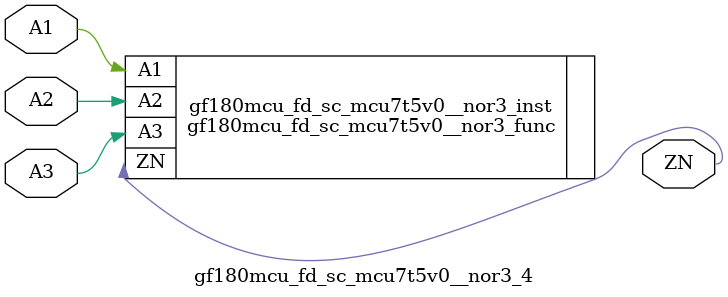
<source format=v>

`ifndef GF180MCU_FD_SC_MCU7T5V0__NOR3_4_V
`define GF180MCU_FD_SC_MCU7T5V0__NOR3_4_V

`include gf180mcu_fd_sc_mcu7t5v0__nor3.v

`ifdef USE_POWER_PINS
module gf180mcu_fd_sc_mcu7t5v0__nor3_4( A2, ZN, A3, A1, VDD, VSS );
inout VDD, VSS;
`else // If not USE_POWER_PINS
module gf180mcu_fd_sc_mcu7t5v0__nor3_4( A2, ZN, A3, A1 );
`endif // If not USE_POWER_PINS
input A1, A2, A3;
output ZN;

`ifdef USE_POWER_PINS
  gf180mcu_fd_sc_mcu7t5v0__nor3_func gf180mcu_fd_sc_mcu7t5v0__nor3_inst(.A2(A2),.ZN(ZN),.A3(A3),.A1(A1),.VDD(VDD),.VSS(VSS));
`else // If not USE_POWER_PINS
  gf180mcu_fd_sc_mcu7t5v0__nor3_func gf180mcu_fd_sc_mcu7t5v0__nor3_inst(.A2(A2),.ZN(ZN),.A3(A3),.A1(A1));
`endif // If not USE_POWER_PINS

`ifndef FUNCTIONAL
	// spec_gates_begin


	// spec_gates_end



   specify

	// specify_block_begin

	// comb arc A1 --> ZN
	 (A1 => ZN) = (1.0,1.0);

	// comb arc A2 --> ZN
	 (A2 => ZN) = (1.0,1.0);

	// comb arc A3 --> ZN
	 (A3 => ZN) = (1.0,1.0);

	// specify_block_end

   endspecify

   `endif

endmodule
`endif // GF180MCU_FD_SC_MCU7T5V0__NOR3_4_V

</source>
